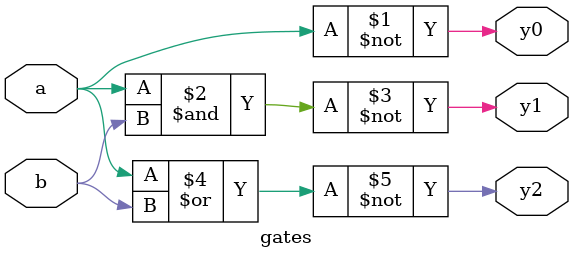
<source format=v>
`timescale 1ns / 1ps


module gates(
    input a,b,
    output y0,y1,y2
    );
    assign y0= ~a;
    assign y1= ~(a&b);
    assign y2= ~(a|b);
    
endmodule

</source>
